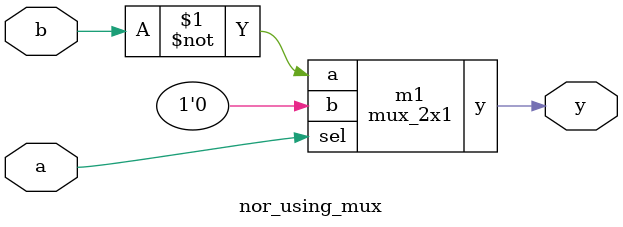
<source format=v>
`timescale 1ns / 1ps

module mux_2x1(
    input a, b, sel, 
    output y);
    assign y = (a & ~sel) | (b & sel);
endmodule
                    
module nor_using_mux(
    input a, b, 
    output y);
    mux_2x1 m1(~b,1'b0,a,y);
endmodule





</source>
